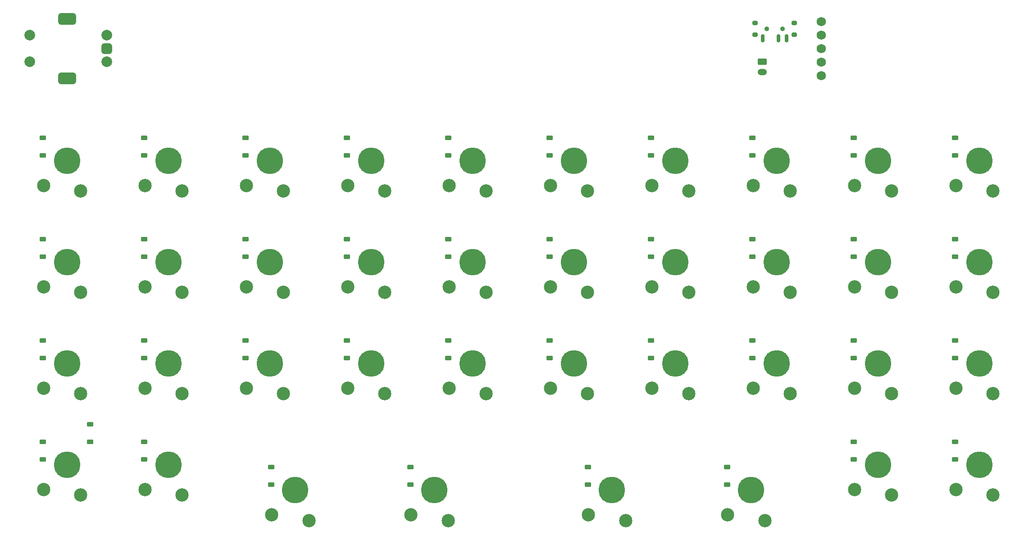
<source format=gbs>
G04 #@! TF.GenerationSoftware,KiCad,Pcbnew,7.0.5-7.0.5~ubuntu22.04.1*
G04 #@! TF.CreationDate,2023-07-14T10:16:13+02:00*
G04 #@! TF.ProjectId,pur-offset-space-55,7075722d-6f66-4667-9365-742d73706163,rev?*
G04 #@! TF.SameCoordinates,Original*
G04 #@! TF.FileFunction,Soldermask,Bot*
G04 #@! TF.FilePolarity,Negative*
%FSLAX46Y46*%
G04 Gerber Fmt 4.6, Leading zero omitted, Abs format (unit mm)*
G04 Created by KiCad (PCBNEW 7.0.5-7.0.5~ubuntu22.04.1) date 2023-07-14 10:16:13*
%MOMM*%
%LPD*%
G01*
G04 APERTURE LIST*
G04 Aperture macros list*
%AMRoundRect*
0 Rectangle with rounded corners*
0 $1 Rounding radius*
0 $2 $3 $4 $5 $6 $7 $8 $9 X,Y pos of 4 corners*
0 Add a 4 corners polygon primitive as box body*
4,1,4,$2,$3,$4,$5,$6,$7,$8,$9,$2,$3,0*
0 Add four circle primitives for the rounded corners*
1,1,$1+$1,$2,$3*
1,1,$1+$1,$4,$5*
1,1,$1+$1,$6,$7*
1,1,$1+$1,$8,$9*
0 Add four rect primitives between the rounded corners*
20,1,$1+$1,$2,$3,$4,$5,0*
20,1,$1+$1,$4,$5,$6,$7,0*
20,1,$1+$1,$6,$7,$8,$9,0*
20,1,$1+$1,$8,$9,$2,$3,0*%
G04 Aperture macros list end*
%ADD10C,5.000000*%
%ADD11C,2.500000*%
%ADD12C,1.752600*%
%ADD13C,2.000000*%
%ADD14RoundRect,0.500000X0.500000X0.500000X-0.500000X0.500000X-0.500000X-0.500000X0.500000X-0.500000X0*%
%ADD15RoundRect,0.550000X1.150000X0.550000X-1.150000X0.550000X-1.150000X-0.550000X1.150000X-0.550000X0*%
%ADD16RoundRect,0.225000X-0.375000X0.225000X-0.375000X-0.225000X0.375000X-0.225000X0.375000X0.225000X0*%
%ADD17RoundRect,0.225000X0.375000X-0.225000X0.375000X0.225000X-0.375000X0.225000X-0.375000X-0.225000X0*%
%ADD18RoundRect,0.200000X-0.300000X-0.200000X0.300000X-0.200000X0.300000X0.200000X-0.300000X0.200000X0*%
%ADD19C,0.900000*%
%ADD20RoundRect,0.175000X-0.175000X-0.575000X0.175000X-0.575000X0.175000X0.575000X-0.175000X0.575000X0*%
%ADD21RoundRect,0.250000X-0.625000X0.350000X-0.625000X-0.350000X0.625000X-0.350000X0.625000X0.350000X0*%
%ADD22O,1.750000X1.200000*%
G04 APERTURE END LIST*
D10*
X207778400Y-92792600D03*
D11*
X210378400Y-98542600D03*
X203378400Y-97492600D03*
D10*
X93478400Y-92792600D03*
D11*
X96078400Y-98542600D03*
X89078400Y-97492600D03*
D10*
X150628400Y-92792600D03*
D11*
X153228400Y-98542600D03*
X146228400Y-97492600D03*
D10*
X98240900Y-135655100D03*
D11*
X100840900Y-141405100D03*
X93840900Y-140355100D03*
D10*
X55378400Y-130892600D03*
D11*
X57978400Y-136642600D03*
X50978400Y-135592600D03*
D10*
X207778400Y-111842600D03*
D11*
X210378400Y-117592600D03*
X203378400Y-116542600D03*
D10*
X169678400Y-73742600D03*
D11*
X172278400Y-79492600D03*
X165278400Y-78442600D03*
D10*
X150628400Y-73742600D03*
D11*
X153228400Y-79492600D03*
X146228400Y-78442600D03*
D10*
X131578400Y-73742600D03*
D11*
X134178400Y-79492600D03*
X127178400Y-78442600D03*
D10*
X55378400Y-92792600D03*
D11*
X57978400Y-98542600D03*
X50978400Y-97492600D03*
D10*
X188728400Y-73742600D03*
D11*
X191328400Y-79492600D03*
X184328400Y-78442600D03*
D10*
X112528400Y-111842600D03*
D11*
X115128400Y-117592600D03*
X108128400Y-116542600D03*
D12*
X197153000Y-47612600D03*
X197153000Y-50152600D03*
X197153000Y-52692600D03*
X197153000Y-55232600D03*
X197153000Y-57772600D03*
D10*
X55378400Y-111842600D03*
D11*
X57978400Y-117592600D03*
X50978400Y-116542600D03*
D10*
X188728400Y-92792600D03*
D11*
X191328400Y-98542600D03*
X184328400Y-97492600D03*
D10*
X112528400Y-92792600D03*
D11*
X115128400Y-98542600D03*
X108128400Y-97492600D03*
D10*
X131578400Y-111842600D03*
D11*
X134178400Y-117592600D03*
X127178400Y-116542600D03*
D10*
X112528400Y-73742600D03*
D11*
X115128400Y-79492600D03*
X108128400Y-78442600D03*
D10*
X207778400Y-130892600D03*
D11*
X210378400Y-136642600D03*
X203378400Y-135592600D03*
D10*
X226828400Y-130892600D03*
D11*
X229428400Y-136642600D03*
X222428400Y-135592600D03*
D10*
X169678400Y-92792600D03*
D11*
X172278400Y-98542600D03*
X165278400Y-97492600D03*
D10*
X93478400Y-73742600D03*
D11*
X96078400Y-79492600D03*
X89078400Y-78442600D03*
D10*
X93478400Y-111842600D03*
D11*
X96078400Y-117592600D03*
X89078400Y-116542600D03*
D10*
X74428400Y-73742600D03*
D11*
X77028400Y-79492600D03*
X70028400Y-78442600D03*
D10*
X157772150Y-135655100D03*
D11*
X160372150Y-141405100D03*
X153372150Y-140355100D03*
D10*
X188728400Y-111842600D03*
D11*
X191328400Y-117592600D03*
X184328400Y-116542600D03*
D10*
X226828400Y-73742600D03*
D11*
X229428400Y-79492600D03*
X222428400Y-78442600D03*
D10*
X74428400Y-92792600D03*
D11*
X77028400Y-98542600D03*
X70028400Y-97492600D03*
D10*
X226828400Y-92792600D03*
D11*
X229428400Y-98542600D03*
X222428400Y-97492600D03*
D13*
X62878000Y-55192200D03*
X62878000Y-50192200D03*
D14*
X62878000Y-52692200D03*
D15*
X55378000Y-58292200D03*
X55378000Y-47092200D03*
D13*
X48378000Y-50192200D03*
X48378000Y-55192200D03*
D10*
X226828400Y-111842600D03*
D11*
X229428400Y-117592600D03*
X222428400Y-116542600D03*
D10*
X74428400Y-111842600D03*
D11*
X77028400Y-117592600D03*
X70028400Y-116542600D03*
D10*
X131578400Y-92792600D03*
D11*
X134178400Y-98542600D03*
X127178400Y-97492600D03*
D10*
X55378400Y-73742600D03*
D11*
X57978400Y-79492600D03*
X50978400Y-78442600D03*
D10*
X74428400Y-130892600D03*
D11*
X77028400Y-136642600D03*
X70028400Y-135592600D03*
D10*
X150628400Y-111842600D03*
D11*
X153228400Y-117592600D03*
X146228400Y-116542600D03*
D10*
X207778400Y-73742600D03*
D11*
X210378400Y-79492600D03*
X203378400Y-78442600D03*
D10*
X169678400Y-111842600D03*
D11*
X172278400Y-117592600D03*
X165278400Y-116542600D03*
D10*
X183965900Y-135655100D03*
D11*
X186565900Y-141405100D03*
X179565900Y-140355100D03*
D10*
X124434650Y-135655100D03*
D11*
X127034650Y-141405100D03*
X120034650Y-140355100D03*
D16*
X69926200Y-107544600D03*
X69926200Y-110844600D03*
X69926200Y-69444600D03*
X69926200Y-72744600D03*
X69926200Y-126594600D03*
X69926200Y-129894600D03*
X69926200Y-88494600D03*
X69926200Y-91794600D03*
X50876200Y-69444600D03*
X50876200Y-72744600D03*
X127076200Y-88494600D03*
X127076200Y-91794600D03*
X88976200Y-107544600D03*
X88976200Y-110844600D03*
X222326200Y-126594600D03*
X222326200Y-129894600D03*
X184226200Y-69444600D03*
X184226200Y-72744600D03*
X203276200Y-107544600D03*
X203276200Y-110844600D03*
X165176200Y-107544600D03*
X165176200Y-110844600D03*
X146126200Y-107544600D03*
X146126200Y-110844600D03*
X50876200Y-126594600D03*
X50876200Y-129894600D03*
X127076200Y-107544600D03*
X127076200Y-110844600D03*
X184226200Y-107544600D03*
X184226200Y-110844600D03*
X222326200Y-88494600D03*
X222326200Y-91794600D03*
D17*
X59740800Y-126593600D03*
X59740800Y-123293600D03*
D16*
X222326200Y-69444600D03*
X222326200Y-72744600D03*
X108026200Y-88494600D03*
X108026200Y-91794600D03*
X119932450Y-131357100D03*
X119932450Y-134657100D03*
X127076200Y-69444600D03*
X127076200Y-72744600D03*
X50876200Y-88494600D03*
X50876200Y-91794600D03*
X50876200Y-107544600D03*
X50876200Y-110844600D03*
X203276200Y-126594600D03*
X203276200Y-129894600D03*
X88976200Y-88494600D03*
X88976200Y-91794600D03*
X165176200Y-88494600D03*
X165176200Y-91794600D03*
X108026200Y-69444600D03*
X108026200Y-72744600D03*
X88976200Y-69444600D03*
X88976200Y-72744600D03*
X222326200Y-107544600D03*
X222326200Y-110844600D03*
X146126200Y-88494600D03*
X146126200Y-91794600D03*
D18*
X192027000Y-50099200D03*
X192027000Y-47889200D03*
D19*
X189877000Y-48989200D03*
X186877000Y-48989200D03*
D18*
X184727000Y-50099200D03*
X184727000Y-47889200D03*
D20*
X186127000Y-50749200D03*
X189127000Y-50749200D03*
X190627000Y-50749200D03*
D16*
X165176200Y-69444600D03*
X165176200Y-72744600D03*
X93738700Y-131357100D03*
X93738700Y-134657100D03*
X184226200Y-88494600D03*
X184226200Y-91794600D03*
X153269950Y-131357100D03*
X153269950Y-134657100D03*
X146126200Y-69444600D03*
X146126200Y-72744600D03*
X179463700Y-131357100D03*
X179463700Y-134657100D03*
X203276200Y-88494600D03*
X203276200Y-91794600D03*
X108026200Y-107544600D03*
X108026200Y-110844600D03*
D21*
X186080400Y-55124600D03*
D22*
X186080400Y-57124600D03*
D16*
X203276200Y-69444600D03*
X203276200Y-72744600D03*
M02*

</source>
